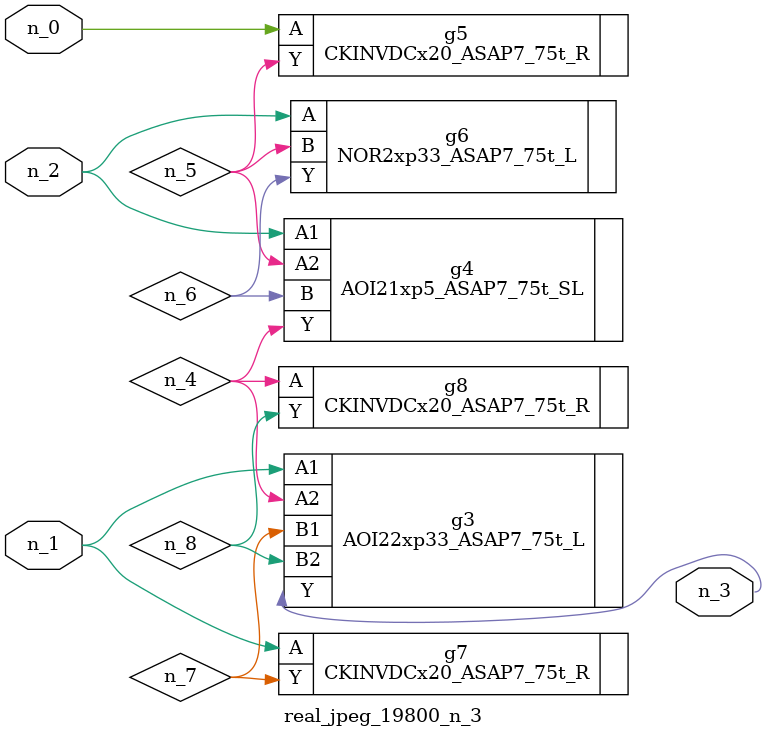
<source format=v>
module real_jpeg_19800_n_3 (n_1, n_0, n_2, n_3);

input n_1;
input n_0;
input n_2;

output n_3;

wire n_5;
wire n_8;
wire n_4;
wire n_6;
wire n_7;

CKINVDCx20_ASAP7_75t_R g5 ( 
.A(n_0),
.Y(n_5)
);

AOI22xp33_ASAP7_75t_L g3 ( 
.A1(n_1),
.A2(n_4),
.B1(n_7),
.B2(n_8),
.Y(n_3)
);

CKINVDCx20_ASAP7_75t_R g7 ( 
.A(n_1),
.Y(n_7)
);

AOI21xp5_ASAP7_75t_SL g4 ( 
.A1(n_2),
.A2(n_5),
.B(n_6),
.Y(n_4)
);

NOR2xp33_ASAP7_75t_L g6 ( 
.A(n_2),
.B(n_5),
.Y(n_6)
);

CKINVDCx20_ASAP7_75t_R g8 ( 
.A(n_4),
.Y(n_8)
);


endmodule
</source>
